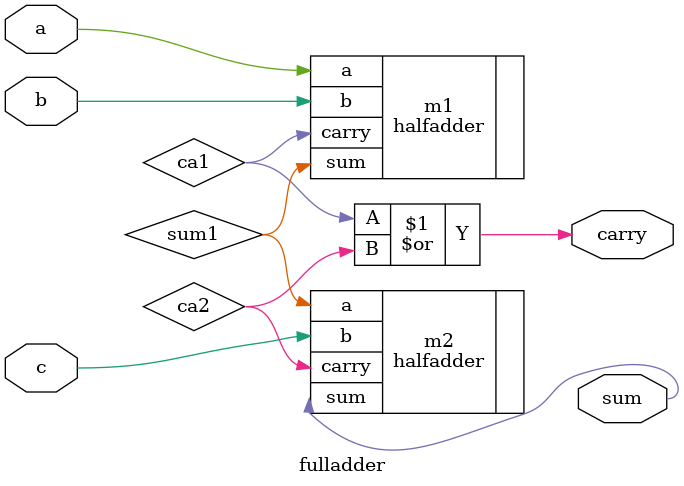
<source format=v>
module fulladder(
    input a,b,c,
    output sum,carry
);
    wire sum1,ca1,ca2;
    halfadder m1(.sum(sum1), .carry(ca1), .a(a), .b(b));
    halfadder m2(.sum(sum), .carry(ca2), .a(sum1), .b(c));
    or g1(carry, ca1,ca2);
endmodule
</source>
